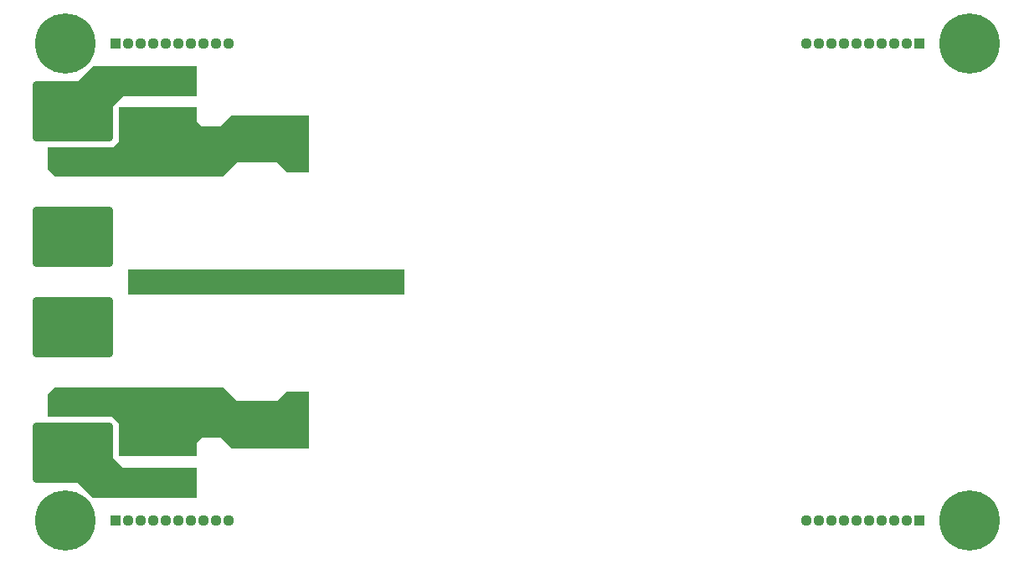
<source format=gbs>
G04*
G04 #@! TF.GenerationSoftware,Altium Limited,Altium Designer,21.6.4 (81)*
G04*
G04 Layer_Color=16711935*
%FSLAX25Y25*%
%MOIN*%
G70*
G04*
G04 #@! TF.SameCoordinates,FA744667-6012-4636-895A-91306D9B36BD*
G04*
G04*
G04 #@! TF.FilePolarity,Negative*
G04*
G01*
G75*
G04:AMPARAMS|DCode=129|XSize=318.9mil|YSize=240.16mil|CornerRadius=13.78mil|HoleSize=0mil|Usage=FLASHONLY|Rotation=0.000|XOffset=0mil|YOffset=0mil|HoleType=Round|Shape=RoundedRectangle|*
%AMROUNDEDRECTD129*
21,1,0.31890,0.21260,0,0,0.0*
21,1,0.29134,0.24016,0,0,0.0*
1,1,0.02756,0.14567,-0.10630*
1,1,0.02756,-0.14567,-0.10630*
1,1,0.02756,-0.14567,0.10630*
1,1,0.02756,0.14567,0.10630*
%
%ADD129ROUNDEDRECTD129*%
%ADD131C,0.03740*%
%ADD132R,0.04370X0.04370*%
%ADD133C,0.04370*%
%ADD134C,0.24016*%
G36*
X83303Y62500D02*
X99429D01*
X103284Y66354D01*
X112000D01*
Y43646D01*
X81354D01*
X80295Y44705D01*
X77000Y48000D01*
X69311Y48000D01*
X67335Y46024D01*
Y40512D01*
X36626D01*
Y53374D01*
X33716Y56283D01*
X8000D01*
Y65000D01*
X10929Y67929D01*
X77874D01*
X83303Y62500D01*
D02*
G37*
G36*
X33402Y40598D02*
X38000Y36000D01*
X67335Y36000D01*
Y23976D01*
X26024D01*
X19465Y30535D01*
X2598D01*
Y53465D01*
X33402D01*
Y40598D01*
D02*
G37*
G36*
X67335Y184000D02*
X38000Y184000D01*
X33402Y179402D01*
Y166535D01*
X2598D01*
Y189465D01*
X19465D01*
X26024Y196024D01*
X67335D01*
Y184000D01*
D02*
G37*
G36*
Y173976D02*
X69311Y172000D01*
X77000Y172000D01*
X80295Y175295D01*
X81354Y176354D01*
X112000D01*
Y153646D01*
X103284D01*
X99429Y157500D01*
X83303D01*
X77874Y152071D01*
X10929D01*
X8000Y155000D01*
Y163716D01*
X34217D01*
X36626Y166126D01*
Y179488D01*
X67335D01*
Y173976D01*
D02*
G37*
G36*
X150000Y105000D02*
X40000D01*
Y115000D01*
X150000D01*
Y105000D01*
D02*
G37*
D129*
X18000Y42000D02*
D03*
Y92000D02*
D03*
Y128000D02*
D03*
Y178000D02*
D03*
D131*
X14000Y50000D02*
D03*
X22000D02*
D03*
X30000D02*
D03*
X6000D02*
D03*
Y42000D02*
D03*
X14000D02*
D03*
X22000D02*
D03*
X30000D02*
D03*
Y34000D02*
D03*
X22000D02*
D03*
X14000D02*
D03*
X6000D02*
D03*
Y84000D02*
D03*
X14000D02*
D03*
X22000D02*
D03*
X30000D02*
D03*
Y92000D02*
D03*
X22000D02*
D03*
X14000D02*
D03*
X6000D02*
D03*
Y100000D02*
D03*
X30000D02*
D03*
X22000D02*
D03*
X14000D02*
D03*
Y136000D02*
D03*
X22000D02*
D03*
X30000D02*
D03*
X6000D02*
D03*
Y128000D02*
D03*
X14000D02*
D03*
X22000D02*
D03*
X30000D02*
D03*
Y120000D02*
D03*
X22000D02*
D03*
X14000D02*
D03*
X6000D02*
D03*
X14000Y186000D02*
D03*
X22000D02*
D03*
X30000D02*
D03*
X6000D02*
D03*
Y178000D02*
D03*
X14000D02*
D03*
X22000D02*
D03*
X30000D02*
D03*
Y170000D02*
D03*
X22000D02*
D03*
X14000D02*
D03*
X6000D02*
D03*
D132*
X35015Y205015D02*
D03*
Y15015D02*
D03*
X355015Y205015D02*
D03*
Y15015D02*
D03*
D133*
X40015Y205015D02*
D03*
X45015D02*
D03*
X50015D02*
D03*
X55015D02*
D03*
X60015D02*
D03*
X65015D02*
D03*
X70015D02*
D03*
X75015D02*
D03*
X80015D02*
D03*
Y15015D02*
D03*
X75015D02*
D03*
X70015D02*
D03*
X65015D02*
D03*
X60015D02*
D03*
X55015D02*
D03*
X50015D02*
D03*
X45015D02*
D03*
X40015D02*
D03*
X350015Y205015D02*
D03*
X345015D02*
D03*
X340015D02*
D03*
X335015D02*
D03*
X330015D02*
D03*
X325015D02*
D03*
X320015D02*
D03*
X315015D02*
D03*
X310015D02*
D03*
X350015Y15015D02*
D03*
X345015D02*
D03*
X340015D02*
D03*
X335015D02*
D03*
X330015D02*
D03*
X325015D02*
D03*
X320015D02*
D03*
X315015D02*
D03*
X310015D02*
D03*
D134*
X15000Y15000D02*
D03*
X375000D02*
D03*
X15000Y205000D02*
D03*
X375000D02*
D03*
M02*

</source>
